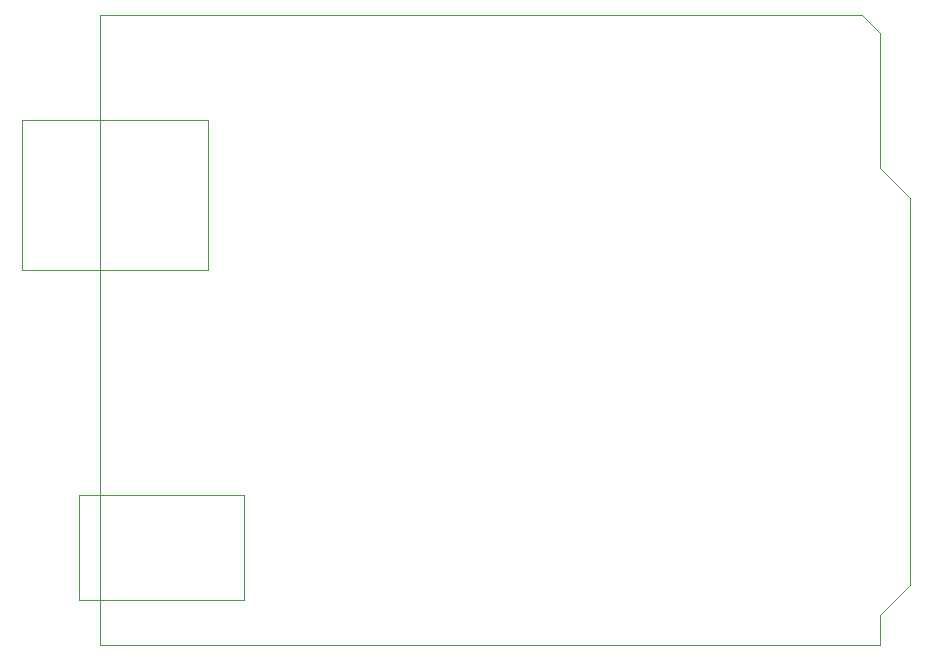
<source format=gbo>
G75*
%MOIN*%
%OFA0B0*%
%FSLAX25Y25*%
%IPPOS*%
%LPD*%
%AMOC8*
5,1,8,0,0,1.08239X$1,22.5*
%
%ADD10C,0.00000*%
D10*
X0027000Y0005000D02*
X0027000Y0215000D01*
X0281000Y0215000D01*
X0287000Y0209000D01*
X0287000Y0164000D01*
X0297000Y0154000D01*
X0297000Y0025000D01*
X0287000Y0015000D01*
X0287000Y0005000D01*
X0027000Y0005000D01*
X0020000Y0020000D02*
X0020000Y0055000D01*
X0075000Y0055000D01*
X0075000Y0020000D01*
X0020000Y0020000D01*
X0001000Y0130000D02*
X0063000Y0130000D01*
X0063000Y0180000D01*
X0001000Y0180000D01*
X0001000Y0130000D01*
M02*

</source>
